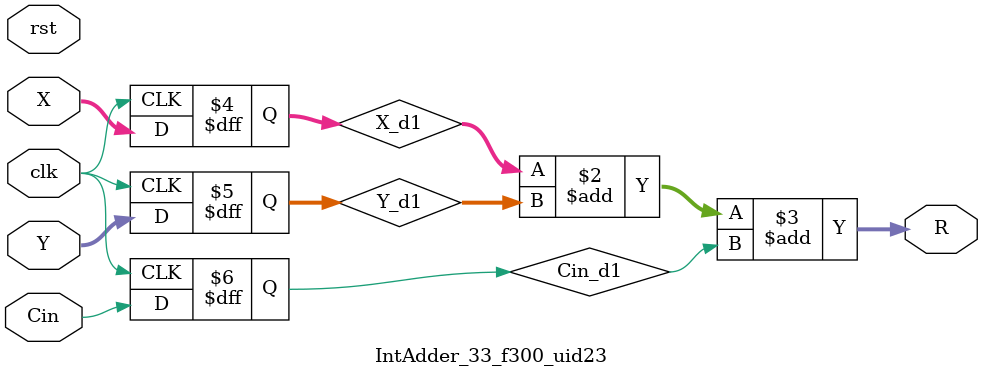
<source format=v>

module IntAdder_33_f300_uid23(clk, rst, X, Y, Cin, R);
   input         clk;
   input         rst;
   input [32:0]  X;
   input [32:0]  Y;
   input         Cin;
   output [32:0] R;
   reg [32:0]    X_d1;
   reg [32:0]    Y_d1;
   reg           Cin_d1;
   
   always @(posedge clk)
      
      begin
         X_d1 <= X;
         Y_d1 <= Y;
         Cin_d1 <= Cin;
      end
   assign R = X_d1 + Y_d1 + Cin_d1;
   
endmodule

</source>
